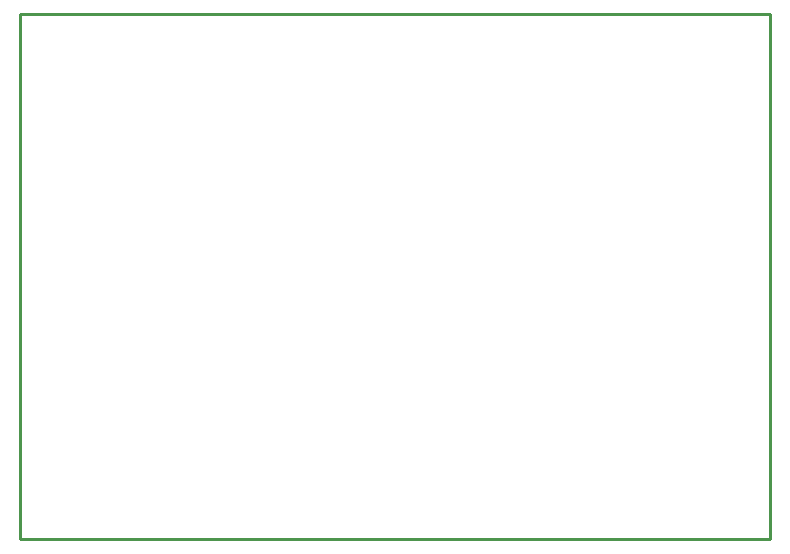
<source format=gbr>
G04 start of page 4 for group 2 idx 2 *
G04 Title: (unknown), outline *
G04 Creator: pcb 20110918 *
G04 CreationDate: Tue 05 Jan 2016 03:28:34 AM GMT UTC *
G04 For: railfan *
G04 Format: Gerber/RS-274X *
G04 PCB-Dimensions: 250000 175000 *
G04 PCB-Coordinate-Origin: lower left *
%MOIN*%
%FSLAX25Y25*%
%LNOUTLINE*%
%ADD71C,0.0100*%
G54D71*X0Y175000D02*X250000D01*
Y0D01*
X0D01*
Y175000D01*
M02*

</source>
